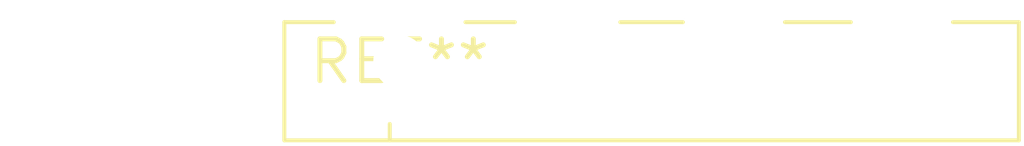
<source format=kicad_pcb>
(kicad_pcb (version 20240108) (generator pcbnew)
  (layers (0 "F.Cu" signal) (31 "B.Cu" signal) (34 "B.Paste" user) (35 "F.Paste" user) (36 "B.SilkS" user "B.Silkscreen") (37 "F.SilkS" user "F.Silkscreen") (38 "B.Mask" user) (39 "F.Mask" user) (44 "Edge.Cuts" user))
  (net 0 "")
  (footprint "Diode_Bridge_Vishay_GBU" (layer "F.Cu") (at 0 0)
    (property "Reference" "REF**")
    (property "Value" "Diode_Bridge_Vishay_GBU")
    (fp_line (start -3.5 -1.2) (end -2 -1.2) (layer "F.SilkS") (stroke (width 0.12)))
    (fp_line (start -3.5 2.4) (end -3.5 -1.2) (layer "F.SilkS") (stroke (width 0.12)))
    (fp_line (start -0.3 2.4) (end -0.3 1.9) (layer "F.SilkS") (stroke (width 0.12)))
    (fp_line (start 2 -1.2) (end 3.5 -1.2) (layer "F.SilkS") (stroke (width 0.12)))
    (fp_line (start 6.7 -1.2) (end 8.6 -1.2) (layer "F.SilkS") (stroke (width 0.12)))
    (fp_line (start 11.7 -1.2) (end 13.7 -1.2) (layer "F.SilkS") (stroke (width 0.12)))
    (fp_line (start 16.8 -1.2) (end 18.8 -1.2) (layer "F.SilkS") (stroke (width 0.12)))
    (fp_line (start 18.8 -1.2) (end 18.8 2.4) (layer "F.SilkS") (stroke (width 0.12)))
    (fp_line (start 18.8 2.4) (end -3.5 2.4) (layer "F.SilkS") (stroke (width 0.12)))
    (pad "1" thru_hole rect (at 0 0) (size 3.2 3.2) (drill 1.6) (layers *.Cu *.Mask) (remove_unused_layers))
    (pad "2" thru_hole circle (at 5.08 0) (size 3.2 3.2) (drill 1.6) (layers *.Cu *.Mask) (remove_unused_layers))
    (pad "3" thru_hole circle (at 10.16 0) (size 3.2 3.2) (drill 1.6) (layers *.Cu *.Mask) (remove_unused_layers))
    (pad "4" thru_hole circle (at 15.24 0) (size 3.2 3.2) (drill 1.6) (layers *.Cu *.Mask) (remove_unused_layers))
  )
)
</source>
